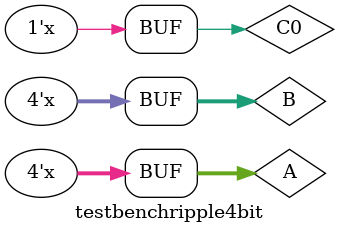
<source format=v>
`timescale 1ns / 1ps


module testbenchripple4bit;

	// Inputs
	reg C0;
	reg [3:0] A;
	reg [3:0] B;

	// Outputs
	wire [3:0] S;
	wire Cout;

	// Instantiate the Unit Under Test (UUT)
	ripple4bit uut (
		.C0(C0), 
		.A(A), 
		.B(B), 
		.S(S), 
		.Cout(Cout)
	);

	initial begin
		// Initialize Inputs
		C0 = 0;
		A = 4'b0000;
		B = 4'b0000;

		// Wait 100 ns for global reset to finish
		#100;
        
		// Add stimulus here

	end
	always #1 B[0]=~B[0];
   always #2 B[1]=~B[1];
   always #4 B[2]=~B[2];
	always #8 B[3]=~B[3];
	always #16 A[0]=~A[0];
   always #32 A[1]=~A[1];
   always #64 A[2]=~A[2];
	always #128 A[3]=~A[3];
	always #256 C0=~C0;
endmodule


</source>
